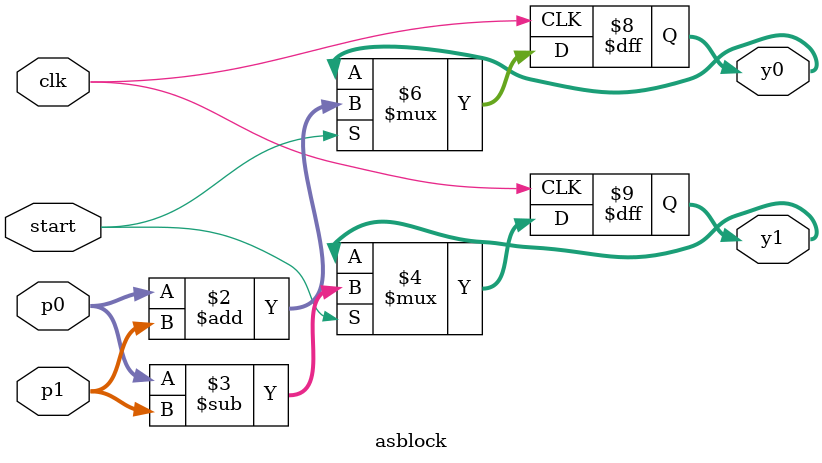
<source format=v>
`timescale 1ns / 1ps


module Hadamard4pt(clk,start,x0,x1,x2,x3,y0,y1,y2,y3);

input signed [7:0] x0,x1,x2,x3;
input clk;
input start;
output signed [8:0] y0,y1,y2,y3;
wire signed [8:0] p0,p1,p2,p3;
wire signed [7:0] x00,x01,x02,x03;

//wire signed [4:0] p1,p2,p3,p4;


	adder4 am (x0,x1,x2,x3,p0,p1,clk,start,x00,x01,x02,x03);
	sub4 sm (x00,x01,x02,x03,p2,p3,clk,start);
	asblock as1(p0,p1,y0,y2,clk,start);
	asblock as2(p2,p3,y1,y3,clk,start);

endmodule



module adder4(x0,x1,x2,x3,p0,p1,clk,start,x00,x01,x02,x03);
input clk;
input start;
input signed [7:0] x0,x1,x2,x3;
output reg signed [7:0] x00,x01,x02,x03;
output reg signed [8:0] p0,p1;
always@(posedge clk)
begin
	x00 <= x0;
	x01 <= x1;
	x02 <= x2;
	x03 <= x3;
	if(start)
	begin
		p0 <= $signed(x0) + $signed(x1);
		p1 <= $signed(x2) + $signed(x3);
	end
end
endmodule

module sub4(x0,x1,x2,x3,p0,p1,clk,start);
input clk;
input start;
input signed [7:0] x0,x1,x2,x3;
output reg signed [8:0] p0,p1;
always@(posedge clk)
begin
	if(start)
	begin
		p0 <= $signed(x0) - $signed(x1);
		p1 <= $signed(x2) - $signed(x3);
	end
end
endmodule

module asblock(p0,p1,y0,y1,clk,start);
input clk;
input start;
input signed [8:0] p0,p1;
output reg signed [8:0] y0,y1;
always@(posedge clk)
begin
	if(start)
	begin
		y0 <= $signed(p0) + $signed(p1);
		y1 <= $signed(p0) - $signed(p1);
	end
end
endmodule





</source>
